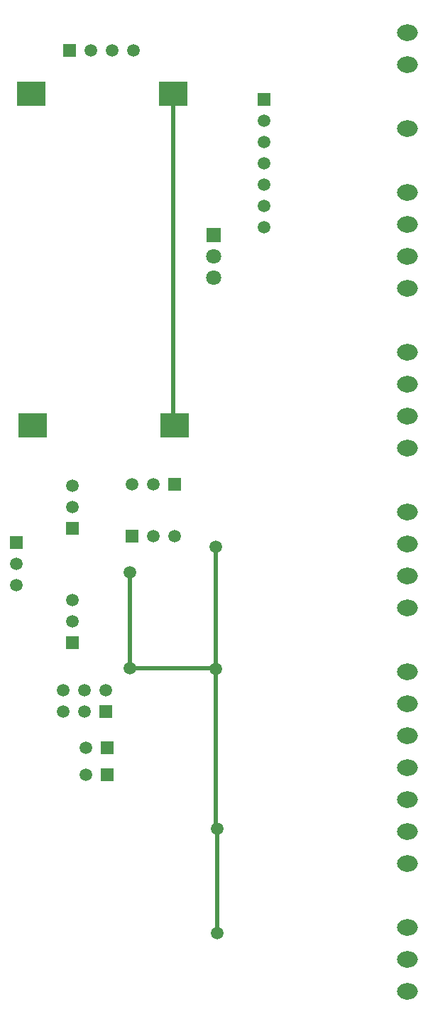
<source format=gbr>
G04 DipTrace 3.3.1.3*
G04 Top.gbr*
%MOIN*%
G04 #@! TF.FileFunction,Copper,L1,Top*
G04 #@! TF.Part,Single*
%AMOUTLINE3*
4,1,20,
0.0,0.03937,
0.015208,0.037443,
0.028926,0.031851,
0.039814,0.023141,
0.046804,0.012166,
0.049213,0.0,
0.046804,-0.012166,
0.039814,-0.023141,
0.028926,-0.031851,
0.015208,-0.037443,
0.0,-0.03937,
-0.015208,-0.037443,
-0.028926,-0.031851,
-0.039814,-0.023141,
-0.046804,-0.012166,
-0.049213,0.0,
-0.046804,0.012166,
-0.039814,0.023141,
-0.028926,0.031851,
-0.015208,0.037443,
0.0,0.03937,
0*%
G04 #@! TA.AperFunction,Conductor*
%ADD13C,0.019685*%
G04 #@! TA.AperFunction,ComponentPad*
%ADD23R,0.059055X0.059055*%
%ADD24C,0.059055*%
%ADD37R,0.137795X0.11811*%
%ADD40R,0.070866X0.070866*%
%ADD41C,0.070866*%
G04 #@! TA.AperFunction,ViaPad*
%ADD42C,0.059055*%
G04 #@! TA.AperFunction,ComponentPad*
%ADD94OUTLINE3*%
%FSLAX26Y26*%
G04*
G70*
G90*
G75*
G01*
G04 Top*
%LPD*%
X1118702Y2612450D2*
D13*
X1118701Y2162450D1*
X1518702D1*
X1524951Y2156201D1*
Y2731201D1*
Y2156201D2*
Y1412450D1*
X1531201Y1406201D1*
X1531202Y918701D2*
Y1406199D1*
X1531201Y1406201D1*
X1324942Y4856211D2*
Y3306211D1*
X1331202Y3299951D1*
D42*
X1118701Y2162450D3*
X1524951Y2156201D3*
X1531201Y1406201D3*
X1531202Y918701D3*
X1524951Y2731201D3*
X1118702Y2612450D3*
D23*
X1749951Y4831201D3*
D24*
Y4731201D3*
Y4631201D3*
Y4531201D3*
Y4431201D3*
Y4331201D3*
Y4231201D3*
D23*
X1006202Y1956201D3*
D24*
Y2056201D3*
X906202Y1956201D3*
Y2056201D3*
X806202Y1956201D3*
Y2056201D3*
D23*
X837450Y5062450D3*
D24*
X937450D3*
X1037450D3*
X1137450D3*
D23*
X587453Y2749953D3*
D24*
Y2649953D3*
Y2549953D3*
D23*
X1012451Y1787450D3*
D24*
X912451D3*
D23*
X1012451Y1662450D3*
D24*
X912451D3*
D23*
X1131201Y2781201D3*
D24*
X1231201D3*
X1331201D3*
D23*
X1331202Y3024950D3*
D24*
X1231202D3*
X1131202D3*
D23*
X849951Y2281201D3*
D24*
Y2381201D3*
Y2481201D3*
D23*
Y2818702D3*
D24*
Y2918702D3*
Y3018702D3*
D37*
X1331202Y3299951D3*
X1324942Y4856211D3*
X662462Y3299951D3*
X656202Y4856211D3*
D40*
X1512453Y4193699D3*
D41*
Y3993699D3*
Y4093699D3*
D94*
X2424951Y644735D3*
Y794735D3*
Y944735D3*
Y1244735D3*
Y1394735D3*
Y1544735D3*
Y1694735D3*
Y1844735D3*
Y1994735D3*
Y2144735D3*
Y2594735D3*
Y2444735D3*
Y2744735D3*
Y2894735D3*
Y3194735D3*
Y3344735D3*
Y3494735D3*
Y3644735D3*
Y3944735D3*
Y4094735D3*
Y4244735D3*
Y4394735D3*
Y4694735D3*
Y4994735D3*
Y5144735D3*
M02*

</source>
